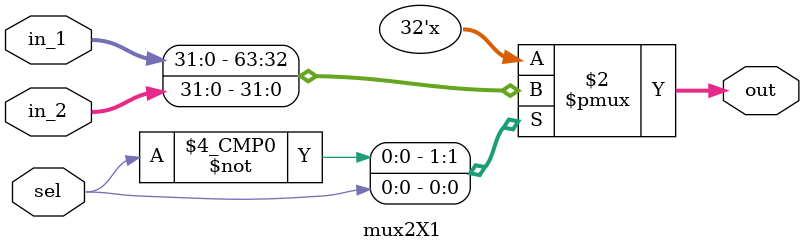
<source format=v>
module mux2X1 #(parameter WIDTH = 32)
(
    input  wire   [WIDTH-1:0]    in_1  ,
    input  wire   [WIDTH-1:0]    in_2  ,
    input  wire                  sel   ,

    output reg    [WIDTH-1:0]    out  
);
    
always @(*) 
begin
    case(sel)
    1'b0 : out = in_1 ;
    1'b1 : out = in_2 ;
    endcase
end

endmodule
</source>
